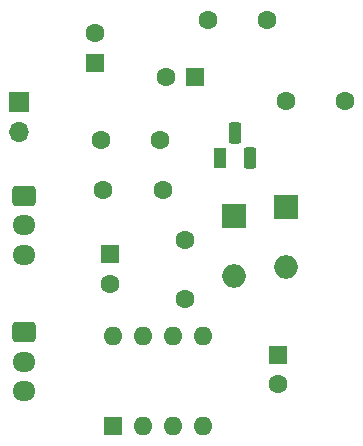
<source format=gbr>
%TF.GenerationSoftware,KiCad,Pcbnew,7.0.9*%
%TF.CreationDate,2023-12-11T11:25:51+01:00*%
%TF.ProjectId,3v3To5vPowerSupply,33763354-6f35-4765-906f-776572537570,1.1*%
%TF.SameCoordinates,Original*%
%TF.FileFunction,Copper,L1,Top*%
%TF.FilePolarity,Positive*%
%FSLAX46Y46*%
G04 Gerber Fmt 4.6, Leading zero omitted, Abs format (unit mm)*
G04 Created by KiCad (PCBNEW 7.0.9) date 2023-12-11 11:25:51*
%MOMM*%
%LPD*%
G01*
G04 APERTURE LIST*
G04 Aperture macros list*
%AMRoundRect*
0 Rectangle with rounded corners*
0 $1 Rounding radius*
0 $2 $3 $4 $5 $6 $7 $8 $9 X,Y pos of 4 corners*
0 Add a 4 corners polygon primitive as box body*
4,1,4,$2,$3,$4,$5,$6,$7,$8,$9,$2,$3,0*
0 Add four circle primitives for the rounded corners*
1,1,$1+$1,$2,$3*
1,1,$1+$1,$4,$5*
1,1,$1+$1,$6,$7*
1,1,$1+$1,$8,$9*
0 Add four rect primitives between the rounded corners*
20,1,$1+$1,$2,$3,$4,$5,0*
20,1,$1+$1,$4,$5,$6,$7,0*
20,1,$1+$1,$6,$7,$8,$9,0*
20,1,$1+$1,$8,$9,$2,$3,0*%
G04 Aperture macros list end*
%TA.AperFunction,ComponentPad*%
%ADD10R,1.100000X1.800000*%
%TD*%
%TA.AperFunction,ComponentPad*%
%ADD11RoundRect,0.275000X-0.275000X-0.625000X0.275000X-0.625000X0.275000X0.625000X-0.275000X0.625000X0*%
%TD*%
%TA.AperFunction,ComponentPad*%
%ADD12O,1.700000X1.700000*%
%TD*%
%TA.AperFunction,ComponentPad*%
%ADD13R,1.700000X1.700000*%
%TD*%
%TA.AperFunction,ComponentPad*%
%ADD14RoundRect,0.250000X-0.725000X0.600000X-0.725000X-0.600000X0.725000X-0.600000X0.725000X0.600000X0*%
%TD*%
%TA.AperFunction,ComponentPad*%
%ADD15O,1.950000X1.700000*%
%TD*%
%TA.AperFunction,ComponentPad*%
%ADD16C,1.600000*%
%TD*%
%TA.AperFunction,ComponentPad*%
%ADD17R,1.600000X1.600000*%
%TD*%
%TA.AperFunction,ComponentPad*%
%ADD18R,2.000000X2.000000*%
%TD*%
%TA.AperFunction,ComponentPad*%
%ADD19O,2.000000X2.000000*%
%TD*%
%TA.AperFunction,ComponentPad*%
%ADD20O,1.600000X1.600000*%
%TD*%
G04 APERTURE END LIST*
D10*
%TO.P,U3,1,GND*%
%TO.N,GND*%
X74803000Y-27451000D03*
D11*
%TO.P,U3,2,VI*%
%TO.N,Net-(D2-K)*%
X76073000Y-25381000D03*
%TO.P,U3,3,VO*%
%TO.N,Net-(J2-Pin_1)*%
X77343000Y-27451000D03*
%TD*%
D12*
%TO.P,J2,2,Pin_2*%
%TO.N,Net-(J2-Pin_2)*%
X57785000Y-25273000D03*
D13*
%TO.P,J2,1,Pin_1*%
%TO.N,Net-(J2-Pin_1)*%
X57785000Y-22733000D03*
%TD*%
D14*
%TO.P,J3,1,Pin_1*%
%TO.N,GND*%
X58207144Y-30648144D03*
D15*
%TO.P,J3,2,Pin_2*%
%TO.N,Net-(J1-Signal)*%
X58207144Y-33148144D03*
%TO.P,J3,3,Pin_3*%
%TO.N,Net-(J2-Pin_2)*%
X58207144Y-35648144D03*
%TD*%
D16*
%TO.P,C9,1*%
%TO.N,Net-(J2-Pin_2)*%
X71882000Y-34417000D03*
%TO.P,C9,2*%
%TO.N,GND*%
X71882000Y-39417000D03*
%TD*%
%TO.P,C8,1*%
%TO.N,Net-(J2-Pin_2)*%
X69963544Y-30216344D03*
%TO.P,C8,2*%
%TO.N,GND*%
X64963544Y-30216344D03*
%TD*%
D17*
%TO.P,C1,1*%
%TO.N,Net-(D1-K)*%
X79756000Y-44109000D03*
D16*
%TO.P,C1,2*%
%TO.N,Net-(U1-CAP+)*%
X79756000Y-46609000D03*
%TD*%
%TO.P,C6,1*%
%TO.N,Net-(J2-Pin_1)*%
X69770000Y-25908000D03*
%TO.P,C6,2*%
%TO.N,GND*%
X64770000Y-25908000D03*
%TD*%
%TO.P,C3,1*%
%TO.N,Net-(D2-K)*%
X80391000Y-22606000D03*
%TO.P,C3,2*%
%TO.N,GND*%
X85391000Y-22606000D03*
%TD*%
D17*
%TO.P,C7,1*%
%TO.N,Net-(J2-Pin_2)*%
X65532000Y-35624888D03*
D16*
%TO.P,C7,2*%
%TO.N,GND*%
X65532000Y-38124888D03*
%TD*%
D17*
%TO.P,C2,1*%
%TO.N,Net-(D2-K)*%
X72729856Y-20574000D03*
D16*
%TO.P,C2,2*%
%TO.N,GND*%
X70229856Y-20574000D03*
%TD*%
D18*
%TO.P,D2,1,K*%
%TO.N,Net-(D2-K)*%
X80457544Y-31587944D03*
D19*
%TO.P,D2,2,A*%
%TO.N,Net-(D1-K)*%
X80457544Y-36667944D03*
%TD*%
D14*
%TO.P,J1,1,GND*%
%TO.N,GND*%
X58207144Y-42205144D03*
D15*
%TO.P,J1,2,Signal*%
%TO.N,Net-(J1-Signal)*%
X58207144Y-44705144D03*
%TO.P,J1,3,3.3V*%
%TO.N,+3.3V*%
X58207144Y-47205144D03*
%TD*%
D17*
%TO.P,U1,1,NC*%
%TO.N,unconnected-(U1-NC-Pad1)*%
X65796000Y-50155000D03*
D20*
%TO.P,U1,2,CAP+*%
%TO.N,Net-(U1-CAP+)*%
X68336000Y-50155000D03*
%TO.P,U1,3,GND*%
%TO.N,GND*%
X70876000Y-50155000D03*
%TO.P,U1,4,CAP-*%
%TO.N,unconnected-(U1-CAP--Pad4)*%
X73416000Y-50155000D03*
%TO.P,U1,5,VOUT*%
%TO.N,GND*%
X73416000Y-42535000D03*
%TO.P,U1,6,LV*%
X70876000Y-42535000D03*
%TO.P,U1,7,OSC*%
%TO.N,unconnected-(U1-OSC-Pad7)*%
X68336000Y-42535000D03*
%TO.P,U1,8,V+*%
%TO.N,+3.3V*%
X65796000Y-42535000D03*
%TD*%
D18*
%TO.P,D1,1,K*%
%TO.N,Net-(D1-K)*%
X76037944Y-32400744D03*
D19*
%TO.P,D1,2,A*%
%TO.N,+3.3V*%
X76037944Y-37480744D03*
%TD*%
D17*
%TO.P,C4,1*%
%TO.N,Net-(J2-Pin_1)*%
X64262000Y-19391000D03*
D16*
%TO.P,C4,2*%
%TO.N,GND*%
X64262000Y-16891000D03*
%TD*%
%TO.P,C5,1*%
%TO.N,Net-(J2-Pin_1)*%
X73827000Y-15748000D03*
%TO.P,C5,2*%
%TO.N,GND*%
X78827000Y-15748000D03*
%TD*%
M02*

</source>
